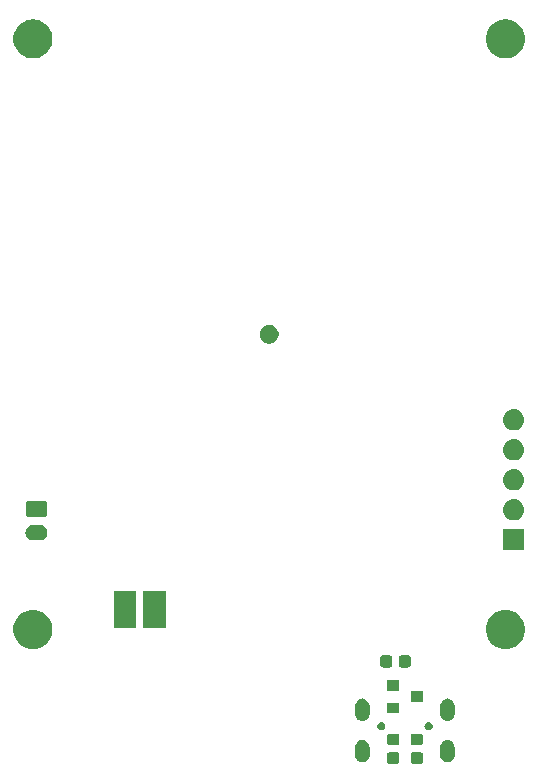
<source format=gbr>
%TF.GenerationSoftware,KiCad,Pcbnew,5.0.2+dfsg1-1*%
%TF.CreationDate,2020-10-17T15:43:31+03:00*%
%TF.ProjectId,LocalTrack,4c6f6361-6c54-4726-9163-6b2e6b696361,1.3*%
%TF.SameCoordinates,PX7270e00PY47868c0*%
%TF.FileFunction,Soldermask,Bot*%
%TF.FilePolarity,Negative*%
%FSLAX46Y46*%
G04 Gerber Fmt 4.6, Leading zero omitted, Abs format (unit mm)*
G04 Created by KiCad (PCBNEW 5.0.2+dfsg1-1) date Sat 17 Oct 2020 03:43:31 PM MSK*
%MOMM*%
%LPD*%
G01*
G04 APERTURE LIST*
%ADD10C,0.100000*%
G04 APERTURE END LIST*
D10*
G36*
X35846871Y-72904465D02*
X35888334Y-72917042D01*
X35926550Y-72937469D01*
X35960043Y-72964957D01*
X35987531Y-72998450D01*
X36007958Y-73036666D01*
X36020535Y-73078129D01*
X36025000Y-73123458D01*
X36025000Y-73651542D01*
X36020535Y-73696871D01*
X36007958Y-73738334D01*
X35987531Y-73776550D01*
X35960043Y-73810043D01*
X35926550Y-73837531D01*
X35888334Y-73857958D01*
X35846871Y-73870535D01*
X35801542Y-73875000D01*
X35198458Y-73875000D01*
X35153129Y-73870535D01*
X35111666Y-73857958D01*
X35073450Y-73837531D01*
X35039957Y-73810043D01*
X35012469Y-73776550D01*
X34992042Y-73738334D01*
X34979465Y-73696871D01*
X34975000Y-73651542D01*
X34975000Y-73123458D01*
X34979465Y-73078129D01*
X34992042Y-73036666D01*
X35012469Y-72998450D01*
X35039957Y-72964957D01*
X35073450Y-72937469D01*
X35111666Y-72917042D01*
X35153129Y-72904465D01*
X35198458Y-72900000D01*
X35801542Y-72900000D01*
X35846871Y-72904465D01*
X35846871Y-72904465D01*
G37*
G36*
X37846871Y-72904465D02*
X37888334Y-72917042D01*
X37926550Y-72937469D01*
X37960043Y-72964957D01*
X37987531Y-72998450D01*
X38007958Y-73036666D01*
X38020535Y-73078129D01*
X38025000Y-73123458D01*
X38025000Y-73651542D01*
X38020535Y-73696871D01*
X38007958Y-73738334D01*
X37987531Y-73776550D01*
X37960043Y-73810043D01*
X37926550Y-73837531D01*
X37888334Y-73857958D01*
X37846871Y-73870535D01*
X37801542Y-73875000D01*
X37198458Y-73875000D01*
X37153129Y-73870535D01*
X37111666Y-73857958D01*
X37073450Y-73837531D01*
X37039957Y-73810043D01*
X37012469Y-73776550D01*
X36992042Y-73738334D01*
X36979465Y-73696871D01*
X36975000Y-73651542D01*
X36975000Y-73123458D01*
X36979465Y-73078129D01*
X36992042Y-73036666D01*
X37012469Y-72998450D01*
X37039957Y-72964957D01*
X37073450Y-72937469D01*
X37111666Y-72917042D01*
X37153129Y-72904465D01*
X37198458Y-72900000D01*
X37801542Y-72900000D01*
X37846871Y-72904465D01*
X37846871Y-72904465D01*
G37*
G36*
X33017620Y-71858682D02*
X33130720Y-71892990D01*
X33234954Y-71948704D01*
X33326317Y-72023683D01*
X33401296Y-72115045D01*
X33457010Y-72219279D01*
X33491318Y-72332379D01*
X33500000Y-72420526D01*
X33500000Y-73179474D01*
X33491318Y-73267621D01*
X33457010Y-73380721D01*
X33401296Y-73484955D01*
X33326317Y-73576317D01*
X33234955Y-73651296D01*
X33130721Y-73707010D01*
X33017621Y-73741318D01*
X32900000Y-73752903D01*
X32782380Y-73741318D01*
X32669280Y-73707010D01*
X32565046Y-73651296D01*
X32473684Y-73576317D01*
X32398705Y-73484955D01*
X32342990Y-73380721D01*
X32308682Y-73267621D01*
X32300000Y-73179474D01*
X32300000Y-72420527D01*
X32308682Y-72332380D01*
X32342990Y-72219280D01*
X32398704Y-72115046D01*
X32473683Y-72023683D01*
X32565045Y-71948704D01*
X32669279Y-71892990D01*
X32782379Y-71858682D01*
X32900000Y-71847097D01*
X33017620Y-71858682D01*
X33017620Y-71858682D01*
G37*
G36*
X40217620Y-71858682D02*
X40330720Y-71892990D01*
X40434954Y-71948704D01*
X40526317Y-72023683D01*
X40601296Y-72115045D01*
X40657010Y-72219279D01*
X40691318Y-72332379D01*
X40700000Y-72420526D01*
X40700000Y-73179474D01*
X40691318Y-73267621D01*
X40657010Y-73380721D01*
X40601296Y-73484955D01*
X40526317Y-73576317D01*
X40434955Y-73651296D01*
X40330721Y-73707010D01*
X40217621Y-73741318D01*
X40100000Y-73752903D01*
X39982380Y-73741318D01*
X39869280Y-73707010D01*
X39765046Y-73651296D01*
X39673684Y-73576317D01*
X39598705Y-73484955D01*
X39542990Y-73380721D01*
X39508682Y-73267621D01*
X39500000Y-73179474D01*
X39500000Y-72420527D01*
X39508682Y-72332380D01*
X39542990Y-72219280D01*
X39598704Y-72115046D01*
X39673683Y-72023683D01*
X39765045Y-71948704D01*
X39869279Y-71892990D01*
X39982379Y-71858682D01*
X40100000Y-71847097D01*
X40217620Y-71858682D01*
X40217620Y-71858682D01*
G37*
G36*
X37846871Y-71329465D02*
X37888334Y-71342042D01*
X37926550Y-71362469D01*
X37960043Y-71389957D01*
X37987531Y-71423450D01*
X38007958Y-71461666D01*
X38020535Y-71503129D01*
X38025000Y-71548458D01*
X38025000Y-72076542D01*
X38020535Y-72121871D01*
X38007958Y-72163334D01*
X37987531Y-72201550D01*
X37960043Y-72235043D01*
X37926550Y-72262531D01*
X37888334Y-72282958D01*
X37846871Y-72295535D01*
X37801542Y-72300000D01*
X37198458Y-72300000D01*
X37153129Y-72295535D01*
X37111666Y-72282958D01*
X37073450Y-72262531D01*
X37039957Y-72235043D01*
X37012469Y-72201550D01*
X36992042Y-72163334D01*
X36979465Y-72121871D01*
X36975000Y-72076542D01*
X36975000Y-71548458D01*
X36979465Y-71503129D01*
X36992042Y-71461666D01*
X37012469Y-71423450D01*
X37039957Y-71389957D01*
X37073450Y-71362469D01*
X37111666Y-71342042D01*
X37153129Y-71329465D01*
X37198458Y-71325000D01*
X37801542Y-71325000D01*
X37846871Y-71329465D01*
X37846871Y-71329465D01*
G37*
G36*
X35846871Y-71329465D02*
X35888334Y-71342042D01*
X35926550Y-71362469D01*
X35960043Y-71389957D01*
X35987531Y-71423450D01*
X36007958Y-71461666D01*
X36020535Y-71503129D01*
X36025000Y-71548458D01*
X36025000Y-72076542D01*
X36020535Y-72121871D01*
X36007958Y-72163334D01*
X35987531Y-72201550D01*
X35960043Y-72235043D01*
X35926550Y-72262531D01*
X35888334Y-72282958D01*
X35846871Y-72295535D01*
X35801542Y-72300000D01*
X35198458Y-72300000D01*
X35153129Y-72295535D01*
X35111666Y-72282958D01*
X35073450Y-72262531D01*
X35039957Y-72235043D01*
X35012469Y-72201550D01*
X34992042Y-72163334D01*
X34979465Y-72121871D01*
X34975000Y-72076542D01*
X34975000Y-71548458D01*
X34979465Y-71503129D01*
X34992042Y-71461666D01*
X35012469Y-71423450D01*
X35039957Y-71389957D01*
X35073450Y-71362469D01*
X35111666Y-71342042D01*
X35153129Y-71329465D01*
X35198458Y-71325000D01*
X35801542Y-71325000D01*
X35846871Y-71329465D01*
X35846871Y-71329465D01*
G37*
G36*
X34602087Y-70363449D02*
X34602088Y-70363449D01*
X34602091Y-70363450D01*
X34665787Y-70389834D01*
X34723112Y-70428137D01*
X34771863Y-70476888D01*
X34810166Y-70534213D01*
X34836550Y-70597909D01*
X34850000Y-70665528D01*
X34850000Y-70734472D01*
X34836550Y-70802091D01*
X34810166Y-70865787D01*
X34771863Y-70923112D01*
X34723112Y-70971863D01*
X34665787Y-71010166D01*
X34602091Y-71036550D01*
X34602088Y-71036551D01*
X34602087Y-71036551D01*
X34534474Y-71050000D01*
X34465526Y-71050000D01*
X34397913Y-71036551D01*
X34397912Y-71036551D01*
X34397909Y-71036550D01*
X34334213Y-71010166D01*
X34276888Y-70971863D01*
X34228137Y-70923112D01*
X34189834Y-70865787D01*
X34163450Y-70802091D01*
X34150000Y-70734472D01*
X34150000Y-70665528D01*
X34163450Y-70597909D01*
X34189834Y-70534213D01*
X34228137Y-70476888D01*
X34276888Y-70428137D01*
X34334213Y-70389834D01*
X34397909Y-70363450D01*
X34397912Y-70363449D01*
X34397913Y-70363449D01*
X34465526Y-70350000D01*
X34534474Y-70350000D01*
X34602087Y-70363449D01*
X34602087Y-70363449D01*
G37*
G36*
X38602087Y-70363449D02*
X38602088Y-70363449D01*
X38602091Y-70363450D01*
X38665787Y-70389834D01*
X38723112Y-70428137D01*
X38771863Y-70476888D01*
X38810166Y-70534213D01*
X38836550Y-70597909D01*
X38850000Y-70665528D01*
X38850000Y-70734472D01*
X38836550Y-70802091D01*
X38810166Y-70865787D01*
X38771863Y-70923112D01*
X38723112Y-70971863D01*
X38665787Y-71010166D01*
X38602091Y-71036550D01*
X38602088Y-71036551D01*
X38602087Y-71036551D01*
X38534474Y-71050000D01*
X38465526Y-71050000D01*
X38397913Y-71036551D01*
X38397912Y-71036551D01*
X38397909Y-71036550D01*
X38334213Y-71010166D01*
X38276888Y-70971863D01*
X38228137Y-70923112D01*
X38189834Y-70865787D01*
X38163450Y-70802091D01*
X38150000Y-70734472D01*
X38150000Y-70665528D01*
X38163450Y-70597909D01*
X38189834Y-70534213D01*
X38228137Y-70476888D01*
X38276888Y-70428137D01*
X38334213Y-70389834D01*
X38397909Y-70363450D01*
X38397912Y-70363449D01*
X38397913Y-70363449D01*
X38465526Y-70350000D01*
X38534474Y-70350000D01*
X38602087Y-70363449D01*
X38602087Y-70363449D01*
G37*
G36*
X40217620Y-68358682D02*
X40330720Y-68392990D01*
X40434954Y-68448704D01*
X40526317Y-68523683D01*
X40601296Y-68615045D01*
X40657010Y-68719279D01*
X40691318Y-68832379D01*
X40700000Y-68920526D01*
X40700000Y-69679474D01*
X40691318Y-69767621D01*
X40657010Y-69880721D01*
X40601296Y-69984955D01*
X40526317Y-70076317D01*
X40434955Y-70151296D01*
X40330721Y-70207010D01*
X40217621Y-70241318D01*
X40100000Y-70252903D01*
X39982380Y-70241318D01*
X39869280Y-70207010D01*
X39765046Y-70151296D01*
X39673684Y-70076317D01*
X39598705Y-69984955D01*
X39542990Y-69880721D01*
X39508682Y-69767621D01*
X39500000Y-69679474D01*
X39500000Y-68920527D01*
X39508682Y-68832380D01*
X39542990Y-68719280D01*
X39598704Y-68615046D01*
X39673683Y-68523683D01*
X39765045Y-68448704D01*
X39869279Y-68392990D01*
X39982379Y-68358682D01*
X40100000Y-68347097D01*
X40217620Y-68358682D01*
X40217620Y-68358682D01*
G37*
G36*
X33017620Y-68358682D02*
X33130720Y-68392990D01*
X33234954Y-68448704D01*
X33326317Y-68523683D01*
X33401296Y-68615045D01*
X33457010Y-68719279D01*
X33491318Y-68832379D01*
X33500000Y-68920526D01*
X33500000Y-69679474D01*
X33491318Y-69767621D01*
X33457010Y-69880721D01*
X33401296Y-69984955D01*
X33326317Y-70076317D01*
X33234955Y-70151296D01*
X33130721Y-70207010D01*
X33017621Y-70241318D01*
X32900000Y-70252903D01*
X32782380Y-70241318D01*
X32669280Y-70207010D01*
X32565046Y-70151296D01*
X32473684Y-70076317D01*
X32398705Y-69984955D01*
X32342990Y-69880721D01*
X32308682Y-69767621D01*
X32300000Y-69679474D01*
X32300000Y-68920527D01*
X32308682Y-68832380D01*
X32342990Y-68719280D01*
X32398704Y-68615046D01*
X32473683Y-68523683D01*
X32565045Y-68448704D01*
X32669279Y-68392990D01*
X32782379Y-68358682D01*
X32900000Y-68347097D01*
X33017620Y-68358682D01*
X33017620Y-68358682D01*
G37*
G36*
X36000000Y-69600000D02*
X35000000Y-69600000D01*
X35000000Y-68700000D01*
X36000000Y-68700000D01*
X36000000Y-69600000D01*
X36000000Y-69600000D01*
G37*
G36*
X38000000Y-68650000D02*
X37000000Y-68650000D01*
X37000000Y-67750000D01*
X38000000Y-67750000D01*
X38000000Y-68650000D01*
X38000000Y-68650000D01*
G37*
G36*
X36000000Y-67700000D02*
X35000000Y-67700000D01*
X35000000Y-66800000D01*
X36000000Y-66800000D01*
X36000000Y-67700000D01*
X36000000Y-67700000D01*
G37*
G36*
X36796871Y-64679465D02*
X36838334Y-64692042D01*
X36876550Y-64712469D01*
X36910043Y-64739957D01*
X36937531Y-64773450D01*
X36957958Y-64811666D01*
X36970535Y-64853129D01*
X36975000Y-64898458D01*
X36975000Y-65501542D01*
X36970535Y-65546871D01*
X36957958Y-65588334D01*
X36937531Y-65626550D01*
X36910043Y-65660043D01*
X36876550Y-65687531D01*
X36838334Y-65707958D01*
X36796871Y-65720535D01*
X36751542Y-65725000D01*
X36223458Y-65725000D01*
X36178129Y-65720535D01*
X36136666Y-65707958D01*
X36098450Y-65687531D01*
X36064957Y-65660043D01*
X36037469Y-65626550D01*
X36017042Y-65588334D01*
X36004465Y-65546871D01*
X36000000Y-65501542D01*
X36000000Y-64898458D01*
X36004465Y-64853129D01*
X36017042Y-64811666D01*
X36037469Y-64773450D01*
X36064957Y-64739957D01*
X36098450Y-64712469D01*
X36136666Y-64692042D01*
X36178129Y-64679465D01*
X36223458Y-64675000D01*
X36751542Y-64675000D01*
X36796871Y-64679465D01*
X36796871Y-64679465D01*
G37*
G36*
X35221871Y-64679465D02*
X35263334Y-64692042D01*
X35301550Y-64712469D01*
X35335043Y-64739957D01*
X35362531Y-64773450D01*
X35382958Y-64811666D01*
X35395535Y-64853129D01*
X35400000Y-64898458D01*
X35400000Y-65501542D01*
X35395535Y-65546871D01*
X35382958Y-65588334D01*
X35362531Y-65626550D01*
X35335043Y-65660043D01*
X35301550Y-65687531D01*
X35263334Y-65707958D01*
X35221871Y-65720535D01*
X35176542Y-65725000D01*
X34648458Y-65725000D01*
X34603129Y-65720535D01*
X34561666Y-65707958D01*
X34523450Y-65687531D01*
X34489957Y-65660043D01*
X34462469Y-65626550D01*
X34442042Y-65588334D01*
X34429465Y-65546871D01*
X34425000Y-65501542D01*
X34425000Y-64898458D01*
X34429465Y-64853129D01*
X34442042Y-64811666D01*
X34462469Y-64773450D01*
X34489957Y-64739957D01*
X34523450Y-64712469D01*
X34561666Y-64692042D01*
X34603129Y-64679465D01*
X34648458Y-64675000D01*
X35176542Y-64675000D01*
X35221871Y-64679465D01*
X35221871Y-64679465D01*
G37*
G36*
X5268770Y-60871136D02*
X5481287Y-60913408D01*
X5781568Y-61037789D01*
X6051814Y-61218361D01*
X6281639Y-61448186D01*
X6462211Y-61718432D01*
X6586592Y-62018713D01*
X6650000Y-62337489D01*
X6650000Y-62662511D01*
X6586592Y-62981287D01*
X6462211Y-63281568D01*
X6281639Y-63551814D01*
X6051814Y-63781639D01*
X5781568Y-63962211D01*
X5481287Y-64086592D01*
X5268770Y-64128864D01*
X5162513Y-64150000D01*
X4837487Y-64150000D01*
X4731230Y-64128864D01*
X4518713Y-64086592D01*
X4218432Y-63962211D01*
X3948186Y-63781639D01*
X3718361Y-63551814D01*
X3537789Y-63281568D01*
X3413408Y-62981287D01*
X3350000Y-62662511D01*
X3350000Y-62337489D01*
X3413408Y-62018713D01*
X3537789Y-61718432D01*
X3718361Y-61448186D01*
X3948186Y-61218361D01*
X4218432Y-61037789D01*
X4518713Y-60913408D01*
X4731230Y-60871136D01*
X4837487Y-60850000D01*
X5162513Y-60850000D01*
X5268770Y-60871136D01*
X5268770Y-60871136D01*
G37*
G36*
X45268770Y-60871136D02*
X45481287Y-60913408D01*
X45781568Y-61037789D01*
X46051814Y-61218361D01*
X46281639Y-61448186D01*
X46462211Y-61718432D01*
X46586592Y-62018713D01*
X46650000Y-62337489D01*
X46650000Y-62662511D01*
X46586592Y-62981287D01*
X46462211Y-63281568D01*
X46281639Y-63551814D01*
X46051814Y-63781639D01*
X45781568Y-63962211D01*
X45481287Y-64086592D01*
X45268770Y-64128864D01*
X45162513Y-64150000D01*
X44837487Y-64150000D01*
X44731230Y-64128864D01*
X44518713Y-64086592D01*
X44218432Y-63962211D01*
X43948186Y-63781639D01*
X43718361Y-63551814D01*
X43537789Y-63281568D01*
X43413408Y-62981287D01*
X43350000Y-62662511D01*
X43350000Y-62337489D01*
X43413408Y-62018713D01*
X43537789Y-61718432D01*
X43718361Y-61448186D01*
X43948186Y-61218361D01*
X44218432Y-61037789D01*
X44518713Y-60913408D01*
X44731230Y-60871136D01*
X44837487Y-60850000D01*
X45162513Y-60850000D01*
X45268770Y-60871136D01*
X45268770Y-60871136D01*
G37*
G36*
X16250000Y-62350000D02*
X14350000Y-62350000D01*
X14350000Y-59250000D01*
X16250000Y-59250000D01*
X16250000Y-62350000D01*
X16250000Y-62350000D01*
G37*
G36*
X13750000Y-62350000D02*
X11850000Y-62350000D01*
X11850000Y-59250000D01*
X13750000Y-59250000D01*
X13750000Y-62350000D01*
X13750000Y-62350000D01*
G37*
G36*
X46600000Y-55800000D02*
X44800000Y-55800000D01*
X44800000Y-54000000D01*
X46600000Y-54000000D01*
X46600000Y-55800000D01*
X46600000Y-55800000D01*
G37*
G36*
X5702422Y-53659405D02*
X5824948Y-53696573D01*
X5937868Y-53756930D01*
X6036843Y-53838157D01*
X6118070Y-53937132D01*
X6178427Y-54050052D01*
X6215595Y-54172578D01*
X6228145Y-54300000D01*
X6215595Y-54427422D01*
X6178427Y-54549948D01*
X6118070Y-54662868D01*
X6036843Y-54761843D01*
X5937868Y-54843070D01*
X5824948Y-54903427D01*
X5702422Y-54940595D01*
X5606932Y-54950000D01*
X4993068Y-54950000D01*
X4897578Y-54940595D01*
X4775052Y-54903427D01*
X4662132Y-54843070D01*
X4563157Y-54761843D01*
X4481930Y-54662868D01*
X4421573Y-54549948D01*
X4384405Y-54427422D01*
X4371855Y-54300000D01*
X4384405Y-54172578D01*
X4421573Y-54050052D01*
X4481930Y-53937132D01*
X4563157Y-53838157D01*
X4662132Y-53756930D01*
X4775052Y-53696573D01*
X4897578Y-53659405D01*
X4993068Y-53650000D01*
X5606932Y-53650000D01*
X5702422Y-53659405D01*
X5702422Y-53659405D01*
G37*
G36*
X45854394Y-51470853D02*
X45876431Y-51473023D01*
X46046081Y-51524486D01*
X46202432Y-51608057D01*
X46339475Y-51720525D01*
X46451943Y-51857568D01*
X46451945Y-51857572D01*
X46535514Y-52013919D01*
X46586977Y-52183570D01*
X46604355Y-52360000D01*
X46588535Y-52520611D01*
X46586977Y-52536431D01*
X46535514Y-52706081D01*
X46451943Y-52862432D01*
X46339475Y-52999475D01*
X46202432Y-53111943D01*
X46046081Y-53195514D01*
X45876431Y-53246977D01*
X45854394Y-53249148D01*
X45744212Y-53260000D01*
X45655788Y-53260000D01*
X45545606Y-53249148D01*
X45523569Y-53246977D01*
X45353919Y-53195514D01*
X45197568Y-53111943D01*
X45060525Y-52999475D01*
X44948057Y-52862432D01*
X44864486Y-52706081D01*
X44813023Y-52536431D01*
X44811465Y-52520611D01*
X44795645Y-52360000D01*
X44813023Y-52183570D01*
X44864486Y-52013919D01*
X44948055Y-51857572D01*
X44948057Y-51857568D01*
X45060525Y-51720525D01*
X45197568Y-51608057D01*
X45353919Y-51524486D01*
X45523569Y-51473023D01*
X45545606Y-51470853D01*
X45655788Y-51460000D01*
X45744212Y-51460000D01*
X45854394Y-51470853D01*
X45854394Y-51470853D01*
G37*
G36*
X6028463Y-51654903D02*
X6074217Y-51668783D01*
X6116383Y-51691322D01*
X6153345Y-51721655D01*
X6183678Y-51758617D01*
X6206217Y-51800783D01*
X6220097Y-51846537D01*
X6225000Y-51896327D01*
X6225000Y-52703673D01*
X6220097Y-52753463D01*
X6206217Y-52799217D01*
X6183678Y-52841383D01*
X6153345Y-52878345D01*
X6116383Y-52908678D01*
X6074217Y-52931217D01*
X6028463Y-52945097D01*
X5978673Y-52950000D01*
X4621327Y-52950000D01*
X4571537Y-52945097D01*
X4525783Y-52931217D01*
X4483617Y-52908678D01*
X4446655Y-52878345D01*
X4416322Y-52841383D01*
X4393783Y-52799217D01*
X4379903Y-52753463D01*
X4375000Y-52703673D01*
X4375000Y-51896327D01*
X4379903Y-51846537D01*
X4393783Y-51800783D01*
X4416322Y-51758617D01*
X4446655Y-51721655D01*
X4483617Y-51691322D01*
X4525783Y-51668783D01*
X4571537Y-51654903D01*
X4621327Y-51650000D01*
X5978673Y-51650000D01*
X6028463Y-51654903D01*
X6028463Y-51654903D01*
G37*
G36*
X45854394Y-48930853D02*
X45876431Y-48933023D01*
X46046081Y-48984486D01*
X46202432Y-49068057D01*
X46339475Y-49180525D01*
X46451943Y-49317568D01*
X46451945Y-49317572D01*
X46535514Y-49473919D01*
X46586977Y-49643570D01*
X46604355Y-49820000D01*
X46588535Y-49980611D01*
X46586977Y-49996431D01*
X46535514Y-50166081D01*
X46451943Y-50322432D01*
X46339475Y-50459475D01*
X46202432Y-50571943D01*
X46046081Y-50655514D01*
X45876431Y-50706977D01*
X45854394Y-50709148D01*
X45744212Y-50720000D01*
X45655788Y-50720000D01*
X45545606Y-50709148D01*
X45523569Y-50706977D01*
X45353919Y-50655514D01*
X45197568Y-50571943D01*
X45060525Y-50459475D01*
X44948057Y-50322432D01*
X44864486Y-50166081D01*
X44813023Y-49996431D01*
X44811465Y-49980611D01*
X44795645Y-49820000D01*
X44813023Y-49643570D01*
X44864486Y-49473919D01*
X44948055Y-49317572D01*
X44948057Y-49317568D01*
X45060525Y-49180525D01*
X45197568Y-49068057D01*
X45353919Y-48984486D01*
X45523569Y-48933023D01*
X45545606Y-48930853D01*
X45655788Y-48920000D01*
X45744212Y-48920000D01*
X45854394Y-48930853D01*
X45854394Y-48930853D01*
G37*
G36*
X45854394Y-46390853D02*
X45876431Y-46393023D01*
X46046081Y-46444486D01*
X46202432Y-46528057D01*
X46339475Y-46640525D01*
X46451943Y-46777568D01*
X46451945Y-46777572D01*
X46535514Y-46933919D01*
X46586977Y-47103570D01*
X46604355Y-47280000D01*
X46588535Y-47440611D01*
X46586977Y-47456431D01*
X46535514Y-47626081D01*
X46451943Y-47782432D01*
X46339475Y-47919475D01*
X46202432Y-48031943D01*
X46046081Y-48115514D01*
X45876431Y-48166977D01*
X45854394Y-48169148D01*
X45744212Y-48180000D01*
X45655788Y-48180000D01*
X45545606Y-48169148D01*
X45523569Y-48166977D01*
X45353919Y-48115514D01*
X45197568Y-48031943D01*
X45060525Y-47919475D01*
X44948057Y-47782432D01*
X44864486Y-47626081D01*
X44813023Y-47456431D01*
X44811465Y-47440611D01*
X44795645Y-47280000D01*
X44813023Y-47103570D01*
X44864486Y-46933919D01*
X44948055Y-46777572D01*
X44948057Y-46777568D01*
X45060525Y-46640525D01*
X45197568Y-46528057D01*
X45353919Y-46444486D01*
X45523569Y-46393023D01*
X45545606Y-46390853D01*
X45655788Y-46380000D01*
X45744212Y-46380000D01*
X45854394Y-46390853D01*
X45854394Y-46390853D01*
G37*
G36*
X45854394Y-43850852D02*
X45876431Y-43853023D01*
X46046081Y-43904486D01*
X46202432Y-43988057D01*
X46339475Y-44100525D01*
X46451943Y-44237568D01*
X46451945Y-44237572D01*
X46535514Y-44393919D01*
X46586977Y-44563570D01*
X46604355Y-44740000D01*
X46588535Y-44900611D01*
X46586977Y-44916431D01*
X46535514Y-45086081D01*
X46451943Y-45242432D01*
X46339475Y-45379475D01*
X46202432Y-45491943D01*
X46046081Y-45575514D01*
X45876431Y-45626977D01*
X45854394Y-45629148D01*
X45744212Y-45640000D01*
X45655788Y-45640000D01*
X45545606Y-45629148D01*
X45523569Y-45626977D01*
X45353919Y-45575514D01*
X45197568Y-45491943D01*
X45060525Y-45379475D01*
X44948057Y-45242432D01*
X44864486Y-45086081D01*
X44813023Y-44916431D01*
X44811465Y-44900611D01*
X44795645Y-44740000D01*
X44813023Y-44563570D01*
X44864486Y-44393919D01*
X44948055Y-44237572D01*
X44948057Y-44237568D01*
X45060525Y-44100525D01*
X45197568Y-43988057D01*
X45353919Y-43904486D01*
X45523569Y-43853023D01*
X45545606Y-43850852D01*
X45655788Y-43840000D01*
X45744212Y-43840000D01*
X45854394Y-43850852D01*
X45854394Y-43850852D01*
G37*
G36*
X25233348Y-36730742D02*
X25233350Y-36730743D01*
X25233351Y-36730743D01*
X25378942Y-36791049D01*
X25378944Y-36791050D01*
X25509969Y-36878598D01*
X25621402Y-36990031D01*
X25708950Y-37121056D01*
X25769258Y-37266652D01*
X25800000Y-37421205D01*
X25800000Y-37578795D01*
X25769258Y-37733348D01*
X25708950Y-37878944D01*
X25621402Y-38009969D01*
X25509969Y-38121402D01*
X25378944Y-38208950D01*
X25378943Y-38208951D01*
X25378942Y-38208951D01*
X25233351Y-38269257D01*
X25233350Y-38269257D01*
X25233348Y-38269258D01*
X25078795Y-38300000D01*
X24921205Y-38300000D01*
X24766652Y-38269258D01*
X24766650Y-38269257D01*
X24766649Y-38269257D01*
X24621058Y-38208951D01*
X24621057Y-38208951D01*
X24621056Y-38208950D01*
X24490031Y-38121402D01*
X24378598Y-38009969D01*
X24291050Y-37878944D01*
X24230742Y-37733348D01*
X24200000Y-37578795D01*
X24200000Y-37421205D01*
X24230742Y-37266652D01*
X24291050Y-37121056D01*
X24378598Y-36990031D01*
X24490031Y-36878598D01*
X24621056Y-36791050D01*
X24621058Y-36791049D01*
X24766649Y-36730743D01*
X24766650Y-36730743D01*
X24766652Y-36730742D01*
X24921205Y-36700000D01*
X25078795Y-36700000D01*
X25233348Y-36730742D01*
X25233348Y-36730742D01*
G37*
G36*
X45268770Y-10871136D02*
X45481287Y-10913408D01*
X45781568Y-11037789D01*
X46051814Y-11218361D01*
X46281639Y-11448186D01*
X46462211Y-11718432D01*
X46586592Y-12018713D01*
X46650000Y-12337489D01*
X46650000Y-12662511D01*
X46586592Y-12981287D01*
X46462211Y-13281568D01*
X46281639Y-13551814D01*
X46051814Y-13781639D01*
X45781568Y-13962211D01*
X45481287Y-14086592D01*
X45268770Y-14128864D01*
X45162513Y-14150000D01*
X44837487Y-14150000D01*
X44731230Y-14128864D01*
X44518713Y-14086592D01*
X44218432Y-13962211D01*
X43948186Y-13781639D01*
X43718361Y-13551814D01*
X43537789Y-13281568D01*
X43413408Y-12981287D01*
X43350000Y-12662511D01*
X43350000Y-12337489D01*
X43413408Y-12018713D01*
X43537789Y-11718432D01*
X43718361Y-11448186D01*
X43948186Y-11218361D01*
X44218432Y-11037789D01*
X44518713Y-10913408D01*
X44731230Y-10871136D01*
X44837487Y-10850000D01*
X45162513Y-10850000D01*
X45268770Y-10871136D01*
X45268770Y-10871136D01*
G37*
G36*
X5268770Y-10871136D02*
X5481287Y-10913408D01*
X5781568Y-11037789D01*
X6051814Y-11218361D01*
X6281639Y-11448186D01*
X6462211Y-11718432D01*
X6586592Y-12018713D01*
X6650000Y-12337489D01*
X6650000Y-12662511D01*
X6586592Y-12981287D01*
X6462211Y-13281568D01*
X6281639Y-13551814D01*
X6051814Y-13781639D01*
X5781568Y-13962211D01*
X5481287Y-14086592D01*
X5268770Y-14128864D01*
X5162513Y-14150000D01*
X4837487Y-14150000D01*
X4731230Y-14128864D01*
X4518713Y-14086592D01*
X4218432Y-13962211D01*
X3948186Y-13781639D01*
X3718361Y-13551814D01*
X3537789Y-13281568D01*
X3413408Y-12981287D01*
X3350000Y-12662511D01*
X3350000Y-12337489D01*
X3413408Y-12018713D01*
X3537789Y-11718432D01*
X3718361Y-11448186D01*
X3948186Y-11218361D01*
X4218432Y-11037789D01*
X4518713Y-10913408D01*
X4731230Y-10871136D01*
X4837487Y-10850000D01*
X5162513Y-10850000D01*
X5268770Y-10871136D01*
X5268770Y-10871136D01*
G37*
M02*

</source>
